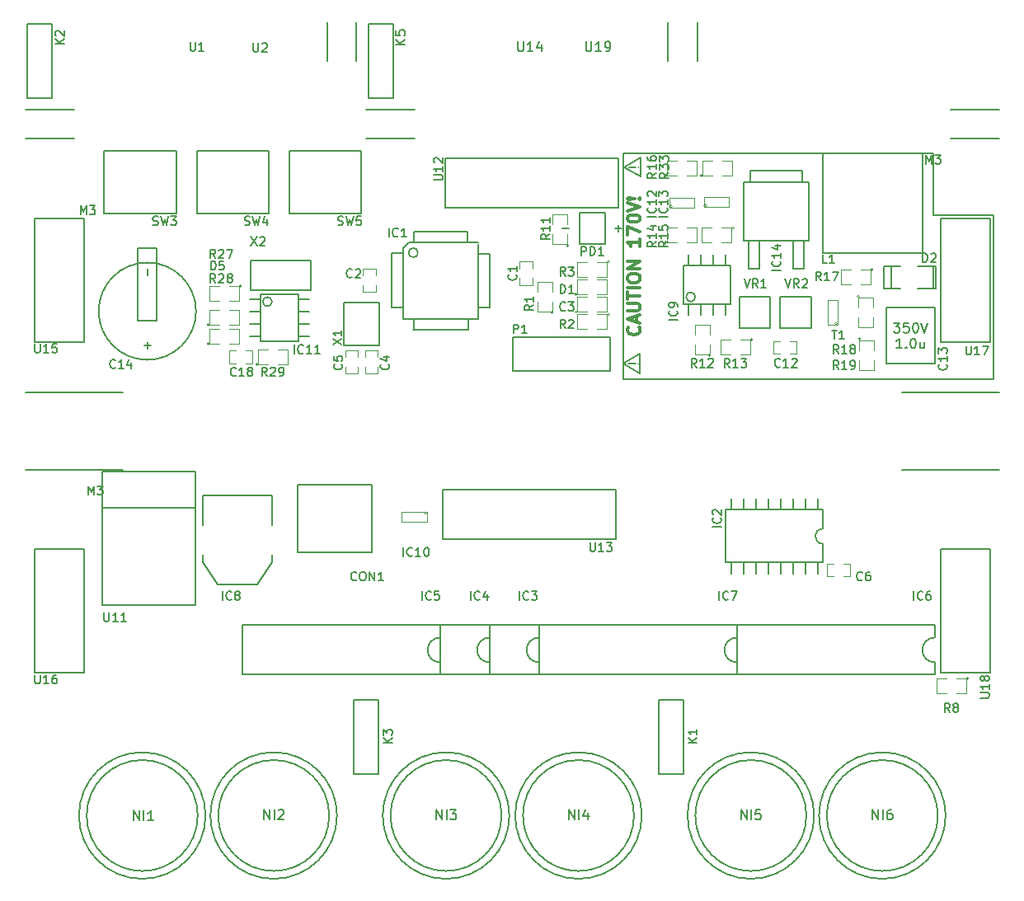
<source format=gto>
G04 (created by PCBNEW (2013-07-07 BZR 4022)-stable) date 2014/09/09 2:27:30*
%MOIN*%
G04 Gerber Fmt 3.4, Leading zero omitted, Abs format*
%FSLAX34Y34*%
G01*
G70*
G90*
G04 APERTURE LIST*
%ADD10C,0.00590551*%
%ADD11C,0.00787402*%
%ADD12C,0.011811*%
%ADD13C,0.005*%
%ADD14C,0.006*%
%ADD15C,0.0031*%
%ADD16C,0.0039*%
%ADD17C,0.0047*%
%ADD18C,0.008*%
G04 APERTURE END LIST*
G54D10*
G54D11*
X0Y30708D02*
X1968Y30708D01*
X13385Y33858D02*
X13385Y35433D01*
X13779Y30708D02*
X15748Y30708D01*
X15748Y31889D02*
X13779Y31889D01*
X25984Y35433D02*
X25984Y33858D01*
X0Y31889D02*
X1968Y31889D01*
X12204Y35433D02*
X12204Y33858D01*
X27165Y33858D02*
X27165Y35433D01*
X12204Y35433D02*
X12204Y33858D01*
X0Y31889D02*
X1968Y31889D01*
X37401Y31889D02*
X39370Y31889D01*
X37401Y30708D02*
X39370Y30708D01*
X35433Y20472D02*
X39370Y20472D01*
X35433Y17322D02*
X39370Y17322D01*
X0Y20472D02*
X3937Y20472D01*
X3937Y17322D02*
X0Y17322D01*
X35112Y23265D02*
X35356Y23265D01*
X35224Y23115D01*
X35281Y23115D01*
X35318Y23097D01*
X35337Y23078D01*
X35356Y23040D01*
X35356Y22947D01*
X35337Y22909D01*
X35318Y22890D01*
X35281Y22872D01*
X35168Y22872D01*
X35131Y22890D01*
X35112Y22909D01*
X35712Y23265D02*
X35524Y23265D01*
X35506Y23078D01*
X35524Y23097D01*
X35562Y23115D01*
X35656Y23115D01*
X35693Y23097D01*
X35712Y23078D01*
X35731Y23040D01*
X35731Y22947D01*
X35712Y22909D01*
X35693Y22890D01*
X35656Y22872D01*
X35562Y22872D01*
X35524Y22890D01*
X35506Y22909D01*
X35974Y23265D02*
X36012Y23265D01*
X36049Y23247D01*
X36068Y23228D01*
X36087Y23190D01*
X36106Y23115D01*
X36106Y23022D01*
X36087Y22947D01*
X36068Y22909D01*
X36049Y22890D01*
X36012Y22872D01*
X35974Y22872D01*
X35937Y22890D01*
X35918Y22909D01*
X35899Y22947D01*
X35881Y23022D01*
X35881Y23115D01*
X35899Y23190D01*
X35918Y23228D01*
X35937Y23247D01*
X35974Y23265D01*
X36218Y23265D02*
X36349Y22872D01*
X36481Y23265D01*
X35440Y22242D02*
X35215Y22242D01*
X35328Y22242D02*
X35328Y22635D01*
X35290Y22579D01*
X35253Y22542D01*
X35215Y22523D01*
X35609Y22279D02*
X35628Y22260D01*
X35609Y22242D01*
X35590Y22260D01*
X35609Y22279D01*
X35609Y22242D01*
X35871Y22635D02*
X35909Y22635D01*
X35946Y22617D01*
X35965Y22598D01*
X35984Y22560D01*
X36002Y22485D01*
X36002Y22392D01*
X35984Y22317D01*
X35965Y22279D01*
X35946Y22260D01*
X35909Y22242D01*
X35871Y22242D01*
X35834Y22260D01*
X35815Y22279D01*
X35796Y22317D01*
X35778Y22392D01*
X35778Y22485D01*
X35796Y22560D01*
X35815Y22598D01*
X35834Y22617D01*
X35871Y22635D01*
X36340Y22504D02*
X36340Y22242D01*
X36171Y22504D02*
X36171Y22298D01*
X36190Y22260D01*
X36227Y22242D01*
X36284Y22242D01*
X36321Y22260D01*
X36340Y22279D01*
X35000Y24685D02*
X35039Y24685D01*
X35000Y25551D02*
X35000Y24685D01*
X39143Y21003D02*
X24183Y21003D01*
X39143Y21082D02*
X39143Y21003D01*
X39143Y27618D02*
X39143Y21082D01*
X36702Y27618D02*
X39143Y27618D01*
X36702Y30137D02*
X36702Y27618D01*
X24183Y30137D02*
X36702Y30137D01*
X24183Y21003D02*
X24183Y30137D01*
X24868Y29963D02*
X24868Y29176D01*
X24868Y29176D02*
X24191Y29570D01*
X24868Y29963D02*
X24191Y29570D01*
X24790Y29560D02*
G75*
G03X24790Y29560I-9J0D01*
G74*
G01*
X24681Y29560D02*
X24396Y29560D01*
X24396Y29560D02*
X24396Y29570D01*
X24406Y29570D02*
X24681Y29570D01*
X24394Y21625D02*
X24670Y21625D01*
X24384Y21615D02*
X24384Y21625D01*
X24670Y21615D02*
X24384Y21615D01*
X24778Y21615D02*
G75*
G03X24778Y21615I-9J0D01*
G74*
G01*
X24857Y22018D02*
X24180Y21625D01*
X24857Y21231D02*
X24180Y21625D01*
X24857Y22018D02*
X24857Y21231D01*
G54D12*
X24804Y23101D02*
X24828Y23077D01*
X24852Y23004D01*
X24852Y22955D01*
X24828Y22882D01*
X24779Y22833D01*
X24730Y22809D01*
X24633Y22784D01*
X24560Y22784D01*
X24462Y22809D01*
X24414Y22833D01*
X24365Y22882D01*
X24341Y22955D01*
X24341Y23004D01*
X24365Y23077D01*
X24389Y23101D01*
X24706Y23296D02*
X24706Y23540D01*
X24852Y23248D02*
X24341Y23418D01*
X24852Y23589D01*
X24341Y23759D02*
X24755Y23759D01*
X24804Y23784D01*
X24828Y23808D01*
X24852Y23857D01*
X24852Y23954D01*
X24828Y24003D01*
X24804Y24027D01*
X24755Y24052D01*
X24341Y24052D01*
X24341Y24222D02*
X24341Y24515D01*
X24852Y24369D02*
X24341Y24369D01*
X24852Y24685D02*
X24341Y24685D01*
X24341Y25027D02*
X24341Y25124D01*
X24365Y25173D01*
X24414Y25222D01*
X24511Y25246D01*
X24682Y25246D01*
X24779Y25222D01*
X24828Y25173D01*
X24852Y25124D01*
X24852Y25027D01*
X24828Y24978D01*
X24779Y24929D01*
X24682Y24905D01*
X24511Y24905D01*
X24414Y24929D01*
X24365Y24978D01*
X24341Y25027D01*
X24852Y25465D02*
X24341Y25465D01*
X24852Y25758D01*
X24341Y25758D01*
X24852Y26660D02*
X24852Y26367D01*
X24852Y26513D02*
X24341Y26513D01*
X24414Y26465D01*
X24462Y26416D01*
X24487Y26367D01*
X24341Y26830D02*
X24341Y27171D01*
X24852Y26952D01*
X24341Y27464D02*
X24341Y27513D01*
X24365Y27561D01*
X24389Y27586D01*
X24438Y27610D01*
X24535Y27634D01*
X24657Y27634D01*
X24755Y27610D01*
X24804Y27586D01*
X24828Y27561D01*
X24852Y27513D01*
X24852Y27464D01*
X24828Y27415D01*
X24804Y27391D01*
X24755Y27366D01*
X24657Y27342D01*
X24535Y27342D01*
X24438Y27366D01*
X24389Y27391D01*
X24365Y27415D01*
X24341Y27464D01*
X24341Y27781D02*
X24852Y27951D01*
X24341Y28122D01*
X24804Y28293D02*
X24828Y28317D01*
X24852Y28293D01*
X24828Y28268D01*
X24804Y28293D01*
X24852Y28293D01*
X24657Y28293D02*
X24365Y28268D01*
X24341Y28293D01*
X24365Y28317D01*
X24657Y28293D01*
X24341Y28293D01*
G54D10*
X36262Y30121D02*
X32246Y30121D01*
X32246Y30121D02*
X32246Y26105D01*
X32246Y26105D02*
X36262Y26105D01*
X36262Y26105D02*
X36262Y30121D01*
X1090Y35358D02*
X1090Y32358D01*
X1090Y32358D02*
X90Y32358D01*
X90Y32358D02*
X90Y35358D01*
X90Y35358D02*
X1090Y35358D01*
X32244Y13582D02*
X32244Y14330D01*
X31929Y14645D02*
G75*
G03X32244Y14330I314J0D01*
G74*
G01*
X32244Y14960D02*
G75*
G03X31929Y14645I0J-314D01*
G74*
G01*
X32244Y14960D02*
X32244Y15708D01*
X28307Y13582D02*
X32244Y13582D01*
X32244Y15708D02*
X28307Y15708D01*
X28307Y15708D02*
X28307Y13582D01*
G54D13*
X31025Y13550D02*
X31025Y13120D01*
X30525Y13550D02*
X30525Y13120D01*
X30025Y13550D02*
X30025Y13120D01*
X31525Y13550D02*
X31525Y13120D01*
X32025Y13120D02*
X32025Y13550D01*
X29525Y13120D02*
X29525Y13550D01*
X29025Y13120D02*
X29025Y13550D01*
X28525Y13120D02*
X28525Y13550D01*
X28525Y15740D02*
X28525Y16170D01*
X29025Y15740D02*
X29025Y16170D01*
X29525Y15740D02*
X29525Y16170D01*
X32025Y15740D02*
X32025Y16170D01*
X31525Y16170D02*
X31525Y15740D01*
X30025Y16170D02*
X30025Y15740D01*
X30525Y16170D02*
X30525Y15740D01*
X31025Y16170D02*
X31025Y15740D01*
G54D10*
X28758Y10541D02*
G75*
G03X28258Y10041I0J-500D01*
G74*
G01*
X28258Y10041D02*
G75*
G03X28758Y9541I500J0D01*
G74*
G01*
X28758Y9541D02*
X28758Y9041D01*
X28758Y9041D02*
X20758Y9041D01*
X20758Y9041D02*
X20758Y11041D01*
X20758Y11041D02*
X28758Y11041D01*
X28758Y11041D02*
X28758Y10541D01*
G54D14*
X18781Y23890D02*
X18331Y23890D01*
X18781Y26070D02*
X18341Y26070D01*
X18781Y23890D02*
X18781Y26070D01*
X17901Y23420D02*
X17901Y22990D01*
X15691Y23410D02*
X15691Y22990D01*
X15681Y22990D02*
X17901Y22980D01*
X15701Y26960D02*
X17871Y26970D01*
X15271Y26270D02*
X15271Y23440D01*
X17881Y26960D02*
X17881Y26550D01*
X15521Y26510D02*
X18301Y26510D01*
X18321Y23430D02*
X18321Y26470D01*
X15271Y23430D02*
X18271Y23430D01*
X14821Y26100D02*
X14821Y23880D01*
X14821Y23880D02*
X15271Y23880D01*
X15275Y26280D02*
X15505Y26510D01*
X14823Y26100D02*
X15275Y26100D01*
X15701Y26510D02*
X15701Y26962D01*
X15871Y26106D02*
G75*
G03X15871Y26106I-188J0D01*
G74*
G01*
G54D10*
X14014Y13974D02*
X11022Y13974D01*
X11022Y13974D02*
X11022Y16730D01*
X11022Y16730D02*
X14014Y16730D01*
X14014Y16730D02*
X14014Y13974D01*
X3129Y15787D02*
X6889Y15787D01*
X3110Y11850D02*
X3110Y17263D01*
X3110Y17263D02*
X6889Y17263D01*
X6889Y17263D02*
X6889Y11850D01*
X6889Y11850D02*
X3110Y11850D01*
G54D13*
X26611Y25586D02*
X26611Y24026D01*
X26611Y24026D02*
X28511Y24026D01*
X28511Y24026D02*
X28511Y25586D01*
X28511Y25586D02*
X26611Y25586D01*
X26811Y25586D02*
X26811Y26016D01*
X27311Y25586D02*
X27311Y26016D01*
X27811Y25586D02*
X27811Y26016D01*
X28311Y26016D02*
X28311Y25586D01*
X28311Y24026D02*
X28311Y23596D01*
X27811Y23596D02*
X27811Y24026D01*
X27311Y23596D02*
X27311Y24026D01*
X26811Y23596D02*
X26811Y24026D01*
X27087Y24316D02*
G75*
G03X27087Y24316I-186J0D01*
G74*
G01*
G54D15*
X32838Y23237D02*
G75*
G03X32838Y23237I-62J0D01*
G74*
G01*
X32437Y24200D02*
X32837Y24200D01*
X32437Y23175D02*
X32837Y23175D01*
X32837Y24200D02*
X32837Y23175D01*
X32437Y23175D02*
X32437Y24200D01*
G54D13*
X11055Y24414D02*
X9495Y24414D01*
X9495Y24414D02*
X9495Y22514D01*
X9495Y22514D02*
X11055Y22514D01*
X11055Y22514D02*
X11055Y24414D01*
X11055Y24214D02*
X11485Y24214D01*
X11055Y23714D02*
X11485Y23714D01*
X11055Y23214D02*
X11485Y23214D01*
X11485Y22714D02*
X11055Y22714D01*
X9495Y22714D02*
X9065Y22714D01*
X9065Y23214D02*
X9495Y23214D01*
X9065Y23714D02*
X9495Y23714D01*
X9065Y24214D02*
X9495Y24214D01*
X9971Y24124D02*
G75*
G03X9971Y24124I-186J0D01*
G74*
G01*
X36708Y24668D02*
X36808Y24668D01*
X36808Y24668D02*
X36808Y25568D01*
X36808Y25568D02*
X36708Y25568D01*
X36708Y24668D02*
X36708Y25568D01*
X36708Y25568D02*
X36058Y25568D01*
X35358Y24668D02*
X34708Y24668D01*
X34708Y24668D02*
X34708Y25568D01*
X34708Y25568D02*
X35358Y25568D01*
X36058Y24668D02*
X36708Y24668D01*
G54D16*
X25938Y26514D02*
G75*
G03X25938Y26514I-50J0D01*
G74*
G01*
X26338Y26514D02*
X25938Y26514D01*
X25938Y26514D02*
X25938Y27114D01*
X25938Y27114D02*
X26338Y27114D01*
X26738Y27114D02*
X27138Y27114D01*
X27138Y27114D02*
X27138Y26514D01*
X27138Y26514D02*
X26738Y26514D01*
X33768Y22621D02*
G75*
G03X33768Y22621I-50J0D01*
G74*
G01*
X33718Y22171D02*
X33718Y22571D01*
X33718Y22571D02*
X34318Y22571D01*
X34318Y22571D02*
X34318Y22171D01*
X34318Y21771D02*
X34318Y21371D01*
X34318Y21371D02*
X33718Y21371D01*
X33718Y21371D02*
X33718Y21771D01*
X33726Y24350D02*
G75*
G03X33726Y24350I-50J0D01*
G74*
G01*
X33676Y23900D02*
X33676Y24300D01*
X33676Y24300D02*
X34276Y24300D01*
X34276Y24300D02*
X34276Y23900D01*
X34276Y23500D02*
X34276Y23100D01*
X34276Y23100D02*
X33676Y23100D01*
X33676Y23100D02*
X33676Y23500D01*
X34282Y25418D02*
G75*
G03X34282Y25418I-50J0D01*
G74*
G01*
X33782Y25418D02*
X34182Y25418D01*
X34182Y25418D02*
X34182Y24818D01*
X34182Y24818D02*
X33782Y24818D01*
X33382Y24818D02*
X32982Y24818D01*
X32982Y24818D02*
X32982Y25418D01*
X32982Y25418D02*
X33382Y25418D01*
X21974Y26397D02*
G75*
G03X21974Y26397I-50J0D01*
G74*
G01*
X21924Y26847D02*
X21924Y26447D01*
X21924Y26447D02*
X21324Y26447D01*
X21324Y26447D02*
X21324Y26847D01*
X21324Y27247D02*
X21324Y27647D01*
X21324Y27647D02*
X21924Y27647D01*
X21924Y27647D02*
X21924Y27247D01*
X27712Y21948D02*
G75*
G03X27712Y21948I-50J0D01*
G74*
G01*
X27662Y22398D02*
X27662Y21998D01*
X27662Y21998D02*
X27062Y21998D01*
X27062Y21998D02*
X27062Y22398D01*
X27062Y22798D02*
X27062Y23198D01*
X27062Y23198D02*
X27662Y23198D01*
X27662Y23198D02*
X27662Y22798D01*
X29400Y22583D02*
G75*
G03X29400Y22583I-50J0D01*
G74*
G01*
X28900Y22583D02*
X29300Y22583D01*
X29300Y22583D02*
X29300Y21983D01*
X29300Y21983D02*
X28900Y21983D01*
X28500Y21983D02*
X28100Y21983D01*
X28100Y21983D02*
X28100Y22583D01*
X28100Y22583D02*
X28500Y22583D01*
X28655Y27114D02*
G75*
G03X28655Y27114I-50J0D01*
G74*
G01*
X28155Y27114D02*
X28555Y27114D01*
X28555Y27114D02*
X28555Y26514D01*
X28555Y26514D02*
X28155Y26514D01*
X27755Y26514D02*
X27355Y26514D01*
X27355Y26514D02*
X27355Y27114D01*
X27355Y27114D02*
X27755Y27114D01*
X25945Y29227D02*
G75*
G03X25945Y29227I-50J0D01*
G74*
G01*
X26345Y29227D02*
X25945Y29227D01*
X25945Y29227D02*
X25945Y29827D01*
X25945Y29827D02*
X26345Y29827D01*
X26745Y29827D02*
X27145Y29827D01*
X27145Y29827D02*
X27145Y29227D01*
X27145Y29227D02*
X26745Y29227D01*
X7441Y22416D02*
G75*
G03X7441Y22416I-50J0D01*
G74*
G01*
X7841Y22416D02*
X7441Y22416D01*
X7441Y22416D02*
X7441Y23016D01*
X7441Y23016D02*
X7841Y23016D01*
X8241Y23016D02*
X8641Y23016D01*
X8641Y23016D02*
X8641Y22416D01*
X8641Y22416D02*
X8241Y22416D01*
X8741Y24748D02*
G75*
G03X8741Y24748I-50J0D01*
G74*
G01*
X8241Y24748D02*
X8641Y24748D01*
X8641Y24748D02*
X8641Y24148D01*
X8641Y24148D02*
X8241Y24148D01*
X7841Y24148D02*
X7441Y24148D01*
X7441Y24148D02*
X7441Y24748D01*
X7441Y24748D02*
X7841Y24748D01*
X22323Y23715D02*
G75*
G03X22323Y23715I-50J0D01*
G74*
G01*
X22723Y23715D02*
X22323Y23715D01*
X22323Y23715D02*
X22323Y24315D01*
X22323Y24315D02*
X22723Y24315D01*
X23123Y24315D02*
X23523Y24315D01*
X23523Y24315D02*
X23523Y23715D01*
X23523Y23715D02*
X23123Y23715D01*
X23623Y25733D02*
G75*
G03X23623Y25733I-50J0D01*
G74*
G01*
X23123Y25733D02*
X23523Y25733D01*
X23523Y25733D02*
X23523Y25133D01*
X23523Y25133D02*
X23123Y25133D01*
X22723Y25133D02*
X22323Y25133D01*
X22323Y25133D02*
X22323Y25733D01*
X22323Y25733D02*
X22723Y25733D01*
X22323Y24424D02*
G75*
G03X22323Y24424I-50J0D01*
G74*
G01*
X22723Y24424D02*
X22323Y24424D01*
X22323Y24424D02*
X22323Y25024D01*
X22323Y25024D02*
X22723Y25024D01*
X23123Y25024D02*
X23523Y25024D01*
X23523Y25024D02*
X23523Y24424D01*
X23523Y24424D02*
X23123Y24424D01*
X23623Y23607D02*
G75*
G03X23623Y23607I-50J0D01*
G74*
G01*
X23123Y23607D02*
X23523Y23607D01*
X23523Y23607D02*
X23523Y23007D01*
X23523Y23007D02*
X23123Y23007D01*
X22723Y23007D02*
X22323Y23007D01*
X22323Y23007D02*
X22323Y23607D01*
X22323Y23607D02*
X22723Y23607D01*
X7441Y23203D02*
G75*
G03X7441Y23203I-50J0D01*
G74*
G01*
X7841Y23203D02*
X7441Y23203D01*
X7441Y23203D02*
X7441Y23803D01*
X7441Y23803D02*
X7841Y23803D01*
X8241Y23803D02*
X8641Y23803D01*
X8641Y23803D02*
X8641Y23203D01*
X8641Y23203D02*
X8241Y23203D01*
X9409Y21589D02*
G75*
G03X9409Y21589I-50J0D01*
G74*
G01*
X9809Y21589D02*
X9409Y21589D01*
X9409Y21589D02*
X9409Y22189D01*
X9409Y22189D02*
X9809Y22189D01*
X10209Y22189D02*
X10609Y22189D01*
X10609Y22189D02*
X10609Y21589D01*
X10609Y21589D02*
X10209Y21589D01*
X38140Y8882D02*
G75*
G03X38140Y8882I-50J0D01*
G74*
G01*
X37640Y8882D02*
X38040Y8882D01*
X38040Y8882D02*
X38040Y8282D01*
X38040Y8282D02*
X37640Y8282D01*
X37240Y8282D02*
X36840Y8282D01*
X36840Y8282D02*
X36840Y8882D01*
X36840Y8882D02*
X37240Y8882D01*
X21344Y23680D02*
G75*
G03X21344Y23680I-50J0D01*
G74*
G01*
X21294Y24130D02*
X21294Y23730D01*
X21294Y23730D02*
X20694Y23730D01*
X20694Y23730D02*
X20694Y24130D01*
X20694Y24530D02*
X20694Y24930D01*
X20694Y24930D02*
X21294Y24930D01*
X21294Y24930D02*
X21294Y24530D01*
G54D17*
X8513Y22145D02*
X8238Y22145D01*
X8907Y22145D02*
X9182Y22145D01*
X8513Y21633D02*
X8238Y21633D01*
X9182Y21633D02*
X8907Y21633D01*
X8238Y21639D02*
X8238Y22139D01*
X9182Y22139D02*
X9182Y21639D01*
X32677Y13523D02*
X32402Y13523D01*
X33071Y13523D02*
X33346Y13523D01*
X32677Y13011D02*
X32402Y13011D01*
X33346Y13011D02*
X33071Y13011D01*
X32402Y13017D02*
X32402Y13517D01*
X33346Y13517D02*
X33346Y13017D01*
X20502Y25472D02*
X20502Y25747D01*
X20502Y25078D02*
X20502Y24803D01*
X19990Y25472D02*
X19990Y25747D01*
X19990Y24803D02*
X19990Y25078D01*
X19996Y25747D02*
X20496Y25747D01*
X20496Y24803D02*
X19996Y24803D01*
X12942Y21495D02*
X12942Y21220D01*
X12942Y21889D02*
X12942Y22164D01*
X13454Y21495D02*
X13454Y21220D01*
X13454Y22164D02*
X13454Y21889D01*
X13448Y21220D02*
X12948Y21220D01*
X12948Y22164D02*
X13448Y22164D01*
X13730Y21495D02*
X13730Y21220D01*
X13730Y21889D02*
X13730Y22164D01*
X14242Y21495D02*
X14242Y21220D01*
X14242Y22164D02*
X14242Y21889D01*
X14236Y21220D02*
X13736Y21220D01*
X13736Y22164D02*
X14236Y22164D01*
X13651Y24803D02*
X13651Y24528D01*
X13651Y25197D02*
X13651Y25472D01*
X14163Y24803D02*
X14163Y24528D01*
X14163Y25472D02*
X14163Y25197D01*
X14157Y24528D02*
X13657Y24528D01*
X13657Y25472D02*
X14157Y25472D01*
X30915Y22007D02*
X31190Y22007D01*
X30521Y22007D02*
X30246Y22007D01*
X30915Y22519D02*
X31190Y22519D01*
X30246Y22519D02*
X30521Y22519D01*
X31190Y22513D02*
X31190Y22013D01*
X30246Y22013D02*
X30246Y22513D01*
G54D18*
X9982Y15088D02*
X9982Y16288D01*
X9982Y16288D02*
X7182Y16288D01*
X7182Y16288D02*
X7182Y15088D01*
X9982Y13888D02*
X9982Y13588D01*
X9982Y13588D02*
X9382Y12688D01*
X9382Y12688D02*
X7782Y12688D01*
X7782Y12688D02*
X7182Y13588D01*
X7182Y13588D02*
X7182Y13888D01*
G54D10*
X30118Y23070D02*
X30118Y24330D01*
X30118Y24330D02*
X28858Y24330D01*
X28858Y24330D02*
X28858Y23070D01*
X28858Y23070D02*
X30118Y23070D01*
X31771Y23070D02*
X31771Y24330D01*
X31771Y24330D02*
X30511Y24330D01*
X30511Y24330D02*
X30511Y23070D01*
X30511Y23070D02*
X31771Y23070D01*
X36771Y21633D02*
X34803Y21633D01*
X34803Y21633D02*
X34803Y23877D01*
X34803Y23877D02*
X36771Y23877D01*
X36771Y23877D02*
X36771Y21633D01*
X23454Y26456D02*
X23454Y27716D01*
X23454Y27716D02*
X22391Y27716D01*
X22391Y27716D02*
X22391Y26456D01*
X22391Y26456D02*
X23454Y26456D01*
X5324Y23346D02*
X5324Y26299D01*
X4537Y26299D02*
X4537Y23346D01*
X4537Y26299D02*
X5324Y26299D01*
X5324Y23346D02*
X4537Y23346D01*
X6899Y23740D02*
G75*
G03X6899Y23740I-1968J0D01*
G74*
G01*
X11535Y24606D02*
X11535Y25787D01*
X11535Y25787D02*
X9094Y25787D01*
X9094Y25787D02*
X9094Y24606D01*
X9094Y24606D02*
X11535Y24606D01*
X12883Y22362D02*
X14301Y22362D01*
X14301Y22362D02*
X14301Y24094D01*
X14301Y24094D02*
X12883Y24094D01*
X12883Y24094D02*
X12883Y22362D01*
X19694Y22696D02*
X23631Y22696D01*
X23631Y22696D02*
X23631Y21318D01*
X23631Y21318D02*
X19694Y21318D01*
X19694Y21318D02*
X19694Y22696D01*
X14279Y8035D02*
X14279Y5035D01*
X14279Y5035D02*
X13279Y5035D01*
X13279Y5035D02*
X13279Y8035D01*
X13279Y8035D02*
X14279Y8035D01*
X26602Y8035D02*
X26602Y5035D01*
X26602Y5035D02*
X25602Y5035D01*
X25602Y5035D02*
X25602Y8035D01*
X25602Y8035D02*
X26602Y8035D01*
X18758Y9541D02*
X18758Y9041D01*
X18758Y9041D02*
X16758Y9041D01*
X16758Y9041D02*
X16758Y11041D01*
X16758Y11041D02*
X18758Y11041D01*
X18758Y11041D02*
X18758Y10541D01*
X18758Y10541D02*
G75*
G03X18258Y10041I0J-500D01*
G74*
G01*
X18258Y10041D02*
G75*
G03X18758Y9541I500J0D01*
G74*
G01*
X20758Y9541D02*
X20758Y9041D01*
X20758Y9041D02*
X18758Y9041D01*
X18758Y9041D02*
X18758Y11041D01*
X18758Y11041D02*
X20758Y11041D01*
X20758Y11041D02*
X20758Y10541D01*
X20758Y10541D02*
G75*
G03X20258Y10041I0J-500D01*
G74*
G01*
X20258Y10041D02*
G75*
G03X20758Y9541I500J0D01*
G74*
G01*
X36992Y27500D02*
X38992Y27500D01*
X38992Y27500D02*
X38992Y22500D01*
X38992Y22500D02*
X36992Y22500D01*
X36992Y22500D02*
X36992Y27500D01*
X377Y27500D02*
X2377Y27500D01*
X2377Y27500D02*
X2377Y22500D01*
X2377Y22500D02*
X377Y22500D01*
X377Y22500D02*
X377Y27500D01*
X36992Y14114D02*
X38992Y14114D01*
X38992Y14114D02*
X38992Y9114D01*
X38992Y9114D02*
X36992Y9114D01*
X36992Y9114D02*
X36992Y14114D01*
X377Y14114D02*
X2377Y14114D01*
X2377Y14114D02*
X2377Y9114D01*
X2377Y9114D02*
X377Y9114D01*
X377Y9114D02*
X377Y14114D01*
X16758Y10541D02*
G75*
G03X16258Y10041I0J-500D01*
G74*
G01*
X16258Y10041D02*
G75*
G03X16758Y9541I500J0D01*
G74*
G01*
X16758Y9541D02*
X16758Y9041D01*
X16758Y9041D02*
X8758Y9041D01*
X8758Y9041D02*
X8758Y11041D01*
X8758Y11041D02*
X16758Y11041D01*
X16758Y11041D02*
X16758Y10541D01*
X36758Y10541D02*
G75*
G03X36258Y10041I0J-500D01*
G74*
G01*
X36258Y10041D02*
G75*
G03X36758Y9541I500J0D01*
G74*
G01*
X36758Y9541D02*
X36758Y9041D01*
X36758Y9041D02*
X28758Y9041D01*
X28758Y9041D02*
X28758Y11041D01*
X28758Y11041D02*
X36758Y11041D01*
X36758Y11041D02*
X36758Y10541D01*
X3188Y27677D02*
X3188Y30236D01*
X3188Y30236D02*
X6102Y30236D01*
X6102Y30236D02*
X6102Y27677D01*
X6102Y27677D02*
X3188Y27677D01*
X6929Y27677D02*
X6929Y30236D01*
X6929Y30236D02*
X9842Y30236D01*
X9842Y30236D02*
X9842Y27677D01*
X9842Y27677D02*
X6929Y27677D01*
X10669Y27677D02*
X10669Y30236D01*
X10669Y30236D02*
X13582Y30236D01*
X13582Y30236D02*
X13582Y27677D01*
X13582Y27677D02*
X10669Y27677D01*
G54D15*
X26154Y27972D02*
G75*
G03X26154Y27972I-62J0D01*
G74*
G01*
X27055Y28310D02*
X27055Y27910D01*
X26030Y28310D02*
X26030Y27910D01*
X27055Y27910D02*
X26030Y27910D01*
X26030Y28310D02*
X27055Y28310D01*
X27555Y28014D02*
G75*
G03X27555Y28014I-62J0D01*
G74*
G01*
X28455Y28352D02*
X28455Y27952D01*
X27430Y28352D02*
X27430Y27952D01*
X28455Y27952D02*
X27430Y27952D01*
X27430Y28352D02*
X28455Y28352D01*
X16234Y15571D02*
G75*
G03X16234Y15571I-62J0D01*
G74*
G01*
X15208Y15233D02*
X15208Y15633D01*
X16233Y15233D02*
X16233Y15633D01*
X15208Y15633D02*
X16233Y15633D01*
X16233Y15233D02*
X15208Y15233D01*
G54D13*
X29292Y28952D02*
X29292Y29422D01*
X29292Y29422D02*
X31422Y29422D01*
X31422Y29422D02*
X31422Y28947D01*
X31037Y26587D02*
X31037Y25442D01*
X31487Y25442D02*
X31487Y26587D01*
X31037Y25442D02*
X31487Y25442D01*
X29227Y25442D02*
X29677Y25442D01*
X29677Y25442D02*
X29677Y26587D01*
X29227Y26587D02*
X29227Y25442D01*
X31677Y26587D02*
X31677Y28947D01*
X31677Y28947D02*
X29037Y28947D01*
X29037Y28947D02*
X29037Y26587D01*
X31677Y26587D02*
X29037Y26587D01*
G54D16*
X27372Y29217D02*
G75*
G03X27372Y29217I-50J0D01*
G74*
G01*
X27772Y29217D02*
X27372Y29217D01*
X27372Y29217D02*
X27372Y29817D01*
X27372Y29817D02*
X27772Y29817D01*
X28172Y29817D02*
X28572Y29817D01*
X28572Y29817D02*
X28572Y29217D01*
X28572Y29217D02*
X28172Y29217D01*
G54D10*
X16982Y27937D02*
X23982Y27937D01*
X23982Y27937D02*
X23982Y29937D01*
X23982Y29937D02*
X16982Y29937D01*
X16982Y29937D02*
X16982Y27937D01*
X16864Y14511D02*
X23864Y14511D01*
X23864Y14511D02*
X23864Y16511D01*
X23864Y16511D02*
X16864Y16511D01*
X16864Y16511D02*
X16864Y14511D01*
X14870Y35358D02*
X14870Y32358D01*
X14870Y32358D02*
X13870Y32358D01*
X13870Y32358D02*
X13870Y35358D01*
X13870Y35358D02*
X14870Y35358D01*
X7283Y3346D02*
G75*
G03X7283Y3346I-2559J0D01*
G74*
G01*
X6968Y3346D02*
G75*
G03X6968Y3346I-2244J0D01*
G74*
G01*
X12598Y3346D02*
G75*
G03X12598Y3346I-2559J0D01*
G74*
G01*
X12283Y3346D02*
G75*
G03X12283Y3346I-2244J0D01*
G74*
G01*
X19566Y3346D02*
G75*
G03X19566Y3346I-2559J0D01*
G74*
G01*
X19251Y3346D02*
G75*
G03X19251Y3346I-2244J0D01*
G74*
G01*
X24921Y3346D02*
G75*
G03X24921Y3346I-2559J0D01*
G74*
G01*
X24606Y3346D02*
G75*
G03X24606Y3346I-2244J0D01*
G74*
G01*
X31889Y3346D02*
G75*
G03X31889Y3346I-2559J0D01*
G74*
G01*
X31574Y3346D02*
G75*
G03X31574Y3346I-2244J0D01*
G74*
G01*
X37204Y3346D02*
G75*
G03X37204Y3346I-2559J0D01*
G74*
G01*
X36889Y3346D02*
G75*
G03X36889Y3346I-2244J0D01*
G74*
G01*
G54D11*
X32421Y25683D02*
X32252Y25683D01*
X32252Y26037D01*
X32724Y25683D02*
X32522Y25683D01*
X32623Y25683D02*
X32623Y26037D01*
X32589Y25987D01*
X32556Y25953D01*
X32522Y25936D01*
X1560Y34541D02*
X1206Y34541D01*
X1560Y34744D02*
X1358Y34592D01*
X1206Y34744D02*
X1408Y34541D01*
X1240Y34879D02*
X1223Y34895D01*
X1206Y34929D01*
X1206Y35014D01*
X1223Y35047D01*
X1240Y35064D01*
X1273Y35081D01*
X1307Y35081D01*
X1358Y35064D01*
X1560Y34862D01*
X1560Y35081D01*
X28135Y15008D02*
X27781Y15008D01*
X28101Y15379D02*
X28118Y15362D01*
X28135Y15312D01*
X28135Y15278D01*
X28118Y15227D01*
X28084Y15194D01*
X28051Y15177D01*
X27983Y15160D01*
X27933Y15160D01*
X27865Y15177D01*
X27831Y15194D01*
X27798Y15227D01*
X27781Y15278D01*
X27781Y15312D01*
X27798Y15362D01*
X27814Y15379D01*
X27814Y15514D02*
X27798Y15531D01*
X27781Y15565D01*
X27781Y15649D01*
X27798Y15683D01*
X27814Y15700D01*
X27848Y15717D01*
X27882Y15717D01*
X27933Y15700D01*
X28135Y15497D01*
X28135Y15717D01*
X28039Y12061D02*
X28039Y12415D01*
X28411Y12095D02*
X28394Y12078D01*
X28343Y12061D01*
X28309Y12061D01*
X28259Y12078D01*
X28225Y12111D01*
X28208Y12145D01*
X28191Y12213D01*
X28191Y12263D01*
X28208Y12331D01*
X28225Y12365D01*
X28259Y12398D01*
X28309Y12415D01*
X28343Y12415D01*
X28394Y12398D01*
X28411Y12381D01*
X28529Y12415D02*
X28765Y12415D01*
X28613Y12061D01*
X14693Y26746D02*
X14693Y27100D01*
X15064Y26780D02*
X15047Y26763D01*
X14997Y26746D01*
X14963Y26746D01*
X14912Y26763D01*
X14879Y26796D01*
X14862Y26830D01*
X14845Y26898D01*
X14845Y26948D01*
X14862Y27016D01*
X14879Y27050D01*
X14912Y27083D01*
X14963Y27100D01*
X14997Y27100D01*
X15047Y27083D01*
X15064Y27066D01*
X15402Y26746D02*
X15199Y26746D01*
X15300Y26746D02*
X15300Y27100D01*
X15267Y27050D01*
X15233Y27016D01*
X15199Y26999D01*
X13388Y12882D02*
X13371Y12865D01*
X13321Y12848D01*
X13287Y12848D01*
X13236Y12865D01*
X13203Y12899D01*
X13186Y12933D01*
X13169Y13000D01*
X13169Y13051D01*
X13186Y13118D01*
X13203Y13152D01*
X13236Y13186D01*
X13287Y13203D01*
X13321Y13203D01*
X13371Y13186D01*
X13388Y13169D01*
X13607Y13203D02*
X13675Y13203D01*
X13709Y13186D01*
X13742Y13152D01*
X13759Y13084D01*
X13759Y12966D01*
X13742Y12899D01*
X13709Y12865D01*
X13675Y12848D01*
X13607Y12848D01*
X13574Y12865D01*
X13540Y12899D01*
X13523Y12966D01*
X13523Y13084D01*
X13540Y13152D01*
X13574Y13186D01*
X13607Y13203D01*
X13911Y12848D02*
X13911Y13203D01*
X14114Y12848D01*
X14114Y13203D01*
X14468Y12848D02*
X14266Y12848D01*
X14367Y12848D02*
X14367Y13203D01*
X14333Y13152D01*
X14299Y13118D01*
X14266Y13101D01*
X3183Y11549D02*
X3183Y11262D01*
X3200Y11228D01*
X3217Y11212D01*
X3250Y11195D01*
X3318Y11195D01*
X3352Y11212D01*
X3368Y11228D01*
X3385Y11262D01*
X3385Y11549D01*
X3740Y11195D02*
X3537Y11195D01*
X3638Y11195D02*
X3638Y11549D01*
X3605Y11498D01*
X3571Y11465D01*
X3537Y11448D01*
X4077Y11195D02*
X3875Y11195D01*
X3976Y11195D02*
X3976Y11549D01*
X3942Y11498D01*
X3908Y11465D01*
X3875Y11448D01*
X26363Y23394D02*
X26009Y23394D01*
X26330Y23765D02*
X26347Y23748D01*
X26363Y23697D01*
X26363Y23664D01*
X26347Y23613D01*
X26313Y23579D01*
X26279Y23562D01*
X26212Y23546D01*
X26161Y23546D01*
X26093Y23562D01*
X26060Y23579D01*
X26026Y23613D01*
X26009Y23664D01*
X26009Y23697D01*
X26026Y23748D01*
X26043Y23765D01*
X26363Y23934D02*
X26363Y24001D01*
X26347Y24035D01*
X26330Y24052D01*
X26279Y24086D01*
X26212Y24102D01*
X26077Y24102D01*
X26043Y24086D01*
X26026Y24069D01*
X26009Y24035D01*
X26009Y23967D01*
X26026Y23934D01*
X26043Y23917D01*
X26077Y23900D01*
X26161Y23900D01*
X26195Y23917D01*
X26212Y23934D01*
X26228Y23967D01*
X26228Y24035D01*
X26212Y24069D01*
X26195Y24086D01*
X26161Y24102D01*
X32604Y22966D02*
X32806Y22966D01*
X32705Y22612D02*
X32705Y22966D01*
X33110Y22612D02*
X32907Y22612D01*
X33008Y22612D02*
X33008Y22966D01*
X32975Y22916D01*
X32941Y22882D01*
X32907Y22865D01*
X10863Y22021D02*
X10863Y22376D01*
X11234Y22055D02*
X11217Y22038D01*
X11167Y22021D01*
X11133Y22021D01*
X11082Y22038D01*
X11048Y22072D01*
X11032Y22106D01*
X11015Y22173D01*
X11015Y22224D01*
X11032Y22291D01*
X11048Y22325D01*
X11082Y22359D01*
X11133Y22376D01*
X11167Y22376D01*
X11217Y22359D01*
X11234Y22342D01*
X11571Y22021D02*
X11369Y22021D01*
X11470Y22021D02*
X11470Y22376D01*
X11437Y22325D01*
X11403Y22291D01*
X11369Y22275D01*
X11909Y22021D02*
X11706Y22021D01*
X11808Y22021D02*
X11808Y22376D01*
X11774Y22325D01*
X11740Y22291D01*
X11706Y22275D01*
X36273Y25722D02*
X36273Y26077D01*
X36358Y26077D01*
X36408Y26060D01*
X36442Y26026D01*
X36459Y25992D01*
X36476Y25925D01*
X36476Y25874D01*
X36459Y25807D01*
X36442Y25773D01*
X36408Y25739D01*
X36358Y25722D01*
X36273Y25722D01*
X36611Y26043D02*
X36628Y26060D01*
X36661Y26077D01*
X36746Y26077D01*
X36780Y26060D01*
X36796Y26043D01*
X36813Y26009D01*
X36813Y25975D01*
X36796Y25925D01*
X36594Y25722D01*
X36813Y25722D01*
X25497Y26543D02*
X25329Y26425D01*
X25497Y26341D02*
X25143Y26341D01*
X25143Y26476D01*
X25160Y26510D01*
X25177Y26526D01*
X25210Y26543D01*
X25261Y26543D01*
X25295Y26526D01*
X25312Y26510D01*
X25329Y26476D01*
X25329Y26341D01*
X25497Y26881D02*
X25497Y26678D01*
X25497Y26780D02*
X25143Y26780D01*
X25194Y26746D01*
X25227Y26712D01*
X25244Y26678D01*
X25261Y27185D02*
X25497Y27185D01*
X25126Y27100D02*
X25379Y27016D01*
X25379Y27235D01*
X32882Y21392D02*
X32764Y21560D01*
X32679Y21392D02*
X32679Y21746D01*
X32814Y21746D01*
X32848Y21729D01*
X32865Y21712D01*
X32882Y21678D01*
X32882Y21628D01*
X32865Y21594D01*
X32848Y21577D01*
X32814Y21560D01*
X32679Y21560D01*
X33219Y21392D02*
X33017Y21392D01*
X33118Y21392D02*
X33118Y21746D01*
X33084Y21695D01*
X33051Y21661D01*
X33017Y21645D01*
X33388Y21392D02*
X33456Y21392D01*
X33489Y21408D01*
X33506Y21425D01*
X33540Y21476D01*
X33557Y21543D01*
X33557Y21678D01*
X33540Y21712D01*
X33523Y21729D01*
X33489Y21746D01*
X33422Y21746D01*
X33388Y21729D01*
X33371Y21712D01*
X33354Y21678D01*
X33354Y21594D01*
X33371Y21560D01*
X33388Y21543D01*
X33422Y21526D01*
X33489Y21526D01*
X33523Y21543D01*
X33540Y21560D01*
X33557Y21594D01*
X32882Y22021D02*
X32764Y22190D01*
X32679Y22021D02*
X32679Y22376D01*
X32814Y22376D01*
X32848Y22359D01*
X32865Y22342D01*
X32882Y22308D01*
X32882Y22258D01*
X32865Y22224D01*
X32848Y22207D01*
X32814Y22190D01*
X32679Y22190D01*
X33219Y22021D02*
X33017Y22021D01*
X33118Y22021D02*
X33118Y22376D01*
X33084Y22325D01*
X33051Y22291D01*
X33017Y22275D01*
X33422Y22224D02*
X33388Y22241D01*
X33371Y22258D01*
X33354Y22291D01*
X33354Y22308D01*
X33371Y22342D01*
X33388Y22359D01*
X33422Y22376D01*
X33489Y22376D01*
X33523Y22359D01*
X33540Y22342D01*
X33557Y22308D01*
X33557Y22291D01*
X33540Y22258D01*
X33523Y22241D01*
X33489Y22224D01*
X33422Y22224D01*
X33388Y22207D01*
X33371Y22190D01*
X33354Y22156D01*
X33354Y22089D01*
X33371Y22055D01*
X33388Y22038D01*
X33422Y22021D01*
X33489Y22021D01*
X33523Y22038D01*
X33540Y22055D01*
X33557Y22089D01*
X33557Y22156D01*
X33540Y22190D01*
X33523Y22207D01*
X33489Y22224D01*
X32173Y24974D02*
X32055Y25143D01*
X31971Y24974D02*
X31971Y25329D01*
X32106Y25329D01*
X32140Y25312D01*
X32156Y25295D01*
X32173Y25261D01*
X32173Y25210D01*
X32156Y25177D01*
X32140Y25160D01*
X32106Y25143D01*
X31971Y25143D01*
X32511Y24974D02*
X32308Y24974D01*
X32410Y24974D02*
X32410Y25329D01*
X32376Y25278D01*
X32342Y25244D01*
X32308Y25227D01*
X32629Y25329D02*
X32865Y25329D01*
X32713Y24974D01*
X21206Y26858D02*
X21037Y26740D01*
X21206Y26656D02*
X20852Y26656D01*
X20852Y26791D01*
X20868Y26825D01*
X20885Y26841D01*
X20919Y26858D01*
X20970Y26858D01*
X21003Y26841D01*
X21020Y26825D01*
X21037Y26791D01*
X21037Y26656D01*
X21206Y27196D02*
X21206Y26993D01*
X21206Y27095D02*
X20852Y27095D01*
X20902Y27061D01*
X20936Y27027D01*
X20953Y26993D01*
X21206Y27533D02*
X21206Y27331D01*
X21206Y27432D02*
X20852Y27432D01*
X20902Y27398D01*
X20936Y27365D01*
X20953Y27331D01*
X27134Y21470D02*
X27016Y21639D01*
X26931Y21470D02*
X26931Y21825D01*
X27066Y21825D01*
X27100Y21808D01*
X27117Y21791D01*
X27134Y21757D01*
X27134Y21706D01*
X27117Y21673D01*
X27100Y21656D01*
X27066Y21639D01*
X26931Y21639D01*
X27471Y21470D02*
X27269Y21470D01*
X27370Y21470D02*
X27370Y21825D01*
X27336Y21774D01*
X27303Y21740D01*
X27269Y21723D01*
X27606Y21791D02*
X27623Y21808D01*
X27657Y21825D01*
X27741Y21825D01*
X27775Y21808D01*
X27792Y21791D01*
X27809Y21757D01*
X27809Y21723D01*
X27792Y21673D01*
X27589Y21470D01*
X27809Y21470D01*
X28473Y21470D02*
X28354Y21639D01*
X28270Y21470D02*
X28270Y21825D01*
X28405Y21825D01*
X28439Y21808D01*
X28456Y21791D01*
X28473Y21757D01*
X28473Y21706D01*
X28456Y21673D01*
X28439Y21656D01*
X28405Y21639D01*
X28270Y21639D01*
X28810Y21470D02*
X28607Y21470D01*
X28709Y21470D02*
X28709Y21825D01*
X28675Y21774D01*
X28641Y21740D01*
X28607Y21723D01*
X28928Y21825D02*
X29147Y21825D01*
X29029Y21690D01*
X29080Y21690D01*
X29114Y21673D01*
X29131Y21656D01*
X29147Y21622D01*
X29147Y21538D01*
X29131Y21504D01*
X29114Y21487D01*
X29080Y21470D01*
X28979Y21470D01*
X28945Y21487D01*
X28928Y21504D01*
X25970Y26543D02*
X25801Y26425D01*
X25970Y26341D02*
X25615Y26341D01*
X25615Y26476D01*
X25632Y26510D01*
X25649Y26526D01*
X25683Y26543D01*
X25733Y26543D01*
X25767Y26526D01*
X25784Y26510D01*
X25801Y26476D01*
X25801Y26341D01*
X25970Y26881D02*
X25970Y26678D01*
X25970Y26780D02*
X25615Y26780D01*
X25666Y26746D01*
X25700Y26712D01*
X25717Y26678D01*
X25615Y27201D02*
X25615Y27033D01*
X25784Y27016D01*
X25767Y27033D01*
X25750Y27066D01*
X25750Y27151D01*
X25767Y27185D01*
X25784Y27201D01*
X25818Y27218D01*
X25902Y27218D01*
X25936Y27201D01*
X25953Y27185D01*
X25970Y27151D01*
X25970Y27066D01*
X25953Y27033D01*
X25936Y27016D01*
X25497Y29339D02*
X25329Y29221D01*
X25497Y29136D02*
X25143Y29136D01*
X25143Y29271D01*
X25160Y29305D01*
X25177Y29322D01*
X25210Y29339D01*
X25261Y29339D01*
X25295Y29322D01*
X25312Y29305D01*
X25329Y29271D01*
X25329Y29136D01*
X25497Y29676D02*
X25497Y29474D01*
X25497Y29575D02*
X25143Y29575D01*
X25194Y29541D01*
X25227Y29507D01*
X25244Y29474D01*
X25143Y29980D02*
X25143Y29912D01*
X25160Y29879D01*
X25177Y29862D01*
X25227Y29828D01*
X25295Y29811D01*
X25430Y29811D01*
X25464Y29828D01*
X25480Y29845D01*
X25497Y29879D01*
X25497Y29946D01*
X25480Y29980D01*
X25464Y29997D01*
X25430Y30014D01*
X25345Y30014D01*
X25312Y29997D01*
X25295Y29980D01*
X25278Y29946D01*
X25278Y29879D01*
X25295Y29845D01*
X25312Y29828D01*
X25345Y29811D01*
X7685Y24895D02*
X7567Y25064D01*
X7483Y24895D02*
X7483Y25250D01*
X7618Y25250D01*
X7651Y25233D01*
X7668Y25216D01*
X7685Y25182D01*
X7685Y25132D01*
X7668Y25098D01*
X7651Y25081D01*
X7618Y25064D01*
X7483Y25064D01*
X7820Y25216D02*
X7837Y25233D01*
X7871Y25250D01*
X7955Y25250D01*
X7989Y25233D01*
X8006Y25216D01*
X8023Y25182D01*
X8023Y25149D01*
X8006Y25098D01*
X7803Y24895D01*
X8023Y24895D01*
X8225Y25098D02*
X8191Y25115D01*
X8174Y25132D01*
X8158Y25165D01*
X8158Y25182D01*
X8174Y25216D01*
X8191Y25233D01*
X8225Y25250D01*
X8293Y25250D01*
X8326Y25233D01*
X8343Y25216D01*
X8360Y25182D01*
X8360Y25165D01*
X8343Y25132D01*
X8326Y25115D01*
X8293Y25098D01*
X8225Y25098D01*
X8191Y25081D01*
X8174Y25064D01*
X8158Y25030D01*
X8158Y24963D01*
X8174Y24929D01*
X8191Y24912D01*
X8225Y24895D01*
X8293Y24895D01*
X8326Y24912D01*
X8343Y24929D01*
X8360Y24963D01*
X8360Y25030D01*
X8343Y25064D01*
X8326Y25081D01*
X8293Y25098D01*
X7685Y25880D02*
X7567Y26048D01*
X7483Y25880D02*
X7483Y26234D01*
X7618Y26234D01*
X7651Y26217D01*
X7668Y26200D01*
X7685Y26167D01*
X7685Y26116D01*
X7668Y26082D01*
X7651Y26065D01*
X7618Y26048D01*
X7483Y26048D01*
X7820Y26200D02*
X7837Y26217D01*
X7871Y26234D01*
X7955Y26234D01*
X7989Y26217D01*
X8006Y26200D01*
X8023Y26167D01*
X8023Y26133D01*
X8006Y26082D01*
X7803Y25880D01*
X8023Y25880D01*
X8141Y26234D02*
X8377Y26234D01*
X8225Y25880D01*
X21830Y23787D02*
X21813Y23771D01*
X21763Y23754D01*
X21729Y23754D01*
X21678Y23771D01*
X21645Y23804D01*
X21628Y23838D01*
X21611Y23906D01*
X21611Y23956D01*
X21628Y24024D01*
X21645Y24057D01*
X21678Y24091D01*
X21729Y24108D01*
X21763Y24108D01*
X21813Y24091D01*
X21830Y24074D01*
X21948Y24108D02*
X22168Y24108D01*
X22050Y23973D01*
X22100Y23973D01*
X22134Y23956D01*
X22151Y23939D01*
X22168Y23906D01*
X22168Y23821D01*
X22151Y23787D01*
X22134Y23771D01*
X22100Y23754D01*
X21999Y23754D01*
X21965Y23771D01*
X21948Y23787D01*
X21830Y25171D02*
X21712Y25340D01*
X21628Y25171D02*
X21628Y25525D01*
X21763Y25525D01*
X21796Y25508D01*
X21813Y25492D01*
X21830Y25458D01*
X21830Y25407D01*
X21813Y25374D01*
X21796Y25357D01*
X21763Y25340D01*
X21628Y25340D01*
X21948Y25525D02*
X22168Y25525D01*
X22050Y25390D01*
X22100Y25390D01*
X22134Y25374D01*
X22151Y25357D01*
X22168Y25323D01*
X22168Y25239D01*
X22151Y25205D01*
X22134Y25188D01*
X22100Y25171D01*
X21999Y25171D01*
X21965Y25188D01*
X21948Y25205D01*
X21628Y24462D02*
X21628Y24817D01*
X21712Y24817D01*
X21763Y24800D01*
X21796Y24766D01*
X21813Y24732D01*
X21830Y24665D01*
X21830Y24614D01*
X21813Y24547D01*
X21796Y24513D01*
X21763Y24479D01*
X21712Y24462D01*
X21628Y24462D01*
X22168Y24462D02*
X21965Y24462D01*
X22066Y24462D02*
X22066Y24817D01*
X22033Y24766D01*
X21999Y24732D01*
X21965Y24715D01*
X21830Y23045D02*
X21712Y23214D01*
X21628Y23045D02*
X21628Y23399D01*
X21763Y23399D01*
X21796Y23383D01*
X21813Y23366D01*
X21830Y23332D01*
X21830Y23281D01*
X21813Y23248D01*
X21796Y23231D01*
X21763Y23214D01*
X21628Y23214D01*
X21965Y23366D02*
X21982Y23383D01*
X22016Y23399D01*
X22100Y23399D01*
X22134Y23383D01*
X22151Y23366D01*
X22168Y23332D01*
X22168Y23298D01*
X22151Y23248D01*
X21948Y23045D01*
X22168Y23045D01*
X7494Y25407D02*
X7494Y25762D01*
X7578Y25762D01*
X7629Y25745D01*
X7663Y25711D01*
X7679Y25677D01*
X7696Y25610D01*
X7696Y25559D01*
X7679Y25492D01*
X7663Y25458D01*
X7629Y25424D01*
X7578Y25407D01*
X7494Y25407D01*
X8017Y25762D02*
X7848Y25762D01*
X7831Y25593D01*
X7848Y25610D01*
X7882Y25627D01*
X7966Y25627D01*
X8000Y25610D01*
X8017Y25593D01*
X8034Y25559D01*
X8034Y25475D01*
X8017Y25441D01*
X8000Y25424D01*
X7966Y25407D01*
X7882Y25407D01*
X7848Y25424D01*
X7831Y25441D01*
X9772Y21116D02*
X9654Y21285D01*
X9569Y21116D02*
X9569Y21470D01*
X9704Y21470D01*
X9738Y21453D01*
X9755Y21437D01*
X9772Y21403D01*
X9772Y21352D01*
X9755Y21318D01*
X9738Y21302D01*
X9704Y21285D01*
X9569Y21285D01*
X9907Y21437D02*
X9924Y21453D01*
X9957Y21470D01*
X10042Y21470D01*
X10075Y21453D01*
X10092Y21437D01*
X10109Y21403D01*
X10109Y21369D01*
X10092Y21318D01*
X9890Y21116D01*
X10109Y21116D01*
X10278Y21116D02*
X10345Y21116D01*
X10379Y21133D01*
X10396Y21150D01*
X10430Y21200D01*
X10447Y21268D01*
X10447Y21403D01*
X10430Y21437D01*
X10413Y21453D01*
X10379Y21470D01*
X10312Y21470D01*
X10278Y21453D01*
X10261Y21437D01*
X10244Y21403D01*
X10244Y21318D01*
X10261Y21285D01*
X10278Y21268D01*
X10312Y21251D01*
X10379Y21251D01*
X10413Y21268D01*
X10430Y21285D01*
X10447Y21318D01*
X37381Y7533D02*
X37263Y7702D01*
X37179Y7533D02*
X37179Y7888D01*
X37314Y7888D01*
X37348Y7871D01*
X37365Y7854D01*
X37381Y7820D01*
X37381Y7769D01*
X37365Y7736D01*
X37348Y7719D01*
X37314Y7702D01*
X37179Y7702D01*
X37584Y7736D02*
X37550Y7753D01*
X37533Y7769D01*
X37516Y7803D01*
X37516Y7820D01*
X37533Y7854D01*
X37550Y7871D01*
X37584Y7888D01*
X37651Y7888D01*
X37685Y7871D01*
X37702Y7854D01*
X37719Y7820D01*
X37719Y7803D01*
X37702Y7769D01*
X37685Y7753D01*
X37651Y7736D01*
X37584Y7736D01*
X37550Y7719D01*
X37533Y7702D01*
X37516Y7668D01*
X37516Y7601D01*
X37533Y7567D01*
X37550Y7550D01*
X37584Y7533D01*
X37651Y7533D01*
X37685Y7550D01*
X37702Y7567D01*
X37719Y7601D01*
X37719Y7668D01*
X37702Y7702D01*
X37685Y7719D01*
X37651Y7736D01*
X20537Y23996D02*
X20368Y23877D01*
X20537Y23793D02*
X20182Y23793D01*
X20182Y23928D01*
X20199Y23962D01*
X20216Y23979D01*
X20250Y23996D01*
X20300Y23996D01*
X20334Y23979D01*
X20351Y23962D01*
X20368Y23928D01*
X20368Y23793D01*
X20537Y24333D02*
X20537Y24131D01*
X20537Y24232D02*
X20182Y24232D01*
X20233Y24198D01*
X20267Y24164D01*
X20284Y24131D01*
X8512Y21150D02*
X8495Y21133D01*
X8444Y21116D01*
X8411Y21116D01*
X8360Y21133D01*
X8326Y21167D01*
X8309Y21200D01*
X8293Y21268D01*
X8293Y21318D01*
X8309Y21386D01*
X8326Y21420D01*
X8360Y21453D01*
X8411Y21470D01*
X8444Y21470D01*
X8495Y21453D01*
X8512Y21437D01*
X8849Y21116D02*
X8647Y21116D01*
X8748Y21116D02*
X8748Y21470D01*
X8714Y21420D01*
X8681Y21386D01*
X8647Y21369D01*
X9052Y21318D02*
X9018Y21335D01*
X9001Y21352D01*
X8984Y21386D01*
X8984Y21403D01*
X9001Y21437D01*
X9018Y21453D01*
X9052Y21470D01*
X9119Y21470D01*
X9153Y21453D01*
X9170Y21437D01*
X9187Y21403D01*
X9187Y21386D01*
X9170Y21352D01*
X9153Y21335D01*
X9119Y21318D01*
X9052Y21318D01*
X9018Y21302D01*
X9001Y21285D01*
X8984Y21251D01*
X8984Y21183D01*
X9001Y21150D01*
X9018Y21133D01*
X9052Y21116D01*
X9119Y21116D01*
X9153Y21133D01*
X9170Y21150D01*
X9187Y21183D01*
X9187Y21251D01*
X9170Y21285D01*
X9153Y21302D01*
X9119Y21318D01*
X33838Y12882D02*
X33821Y12865D01*
X33771Y12848D01*
X33737Y12848D01*
X33686Y12865D01*
X33652Y12899D01*
X33636Y12933D01*
X33619Y13000D01*
X33619Y13051D01*
X33636Y13118D01*
X33652Y13152D01*
X33686Y13186D01*
X33737Y13203D01*
X33771Y13203D01*
X33821Y13186D01*
X33838Y13169D01*
X34142Y13203D02*
X34074Y13203D01*
X34041Y13186D01*
X34024Y13169D01*
X33990Y13118D01*
X33973Y13051D01*
X33973Y12916D01*
X33990Y12882D01*
X34007Y12865D01*
X34041Y12848D01*
X34108Y12848D01*
X34142Y12865D01*
X34159Y12882D01*
X34176Y12916D01*
X34176Y13000D01*
X34159Y13034D01*
X34142Y13051D01*
X34108Y13068D01*
X34041Y13068D01*
X34007Y13051D01*
X33990Y13034D01*
X33973Y13000D01*
X19834Y25216D02*
X19850Y25199D01*
X19867Y25149D01*
X19867Y25115D01*
X19850Y25064D01*
X19817Y25030D01*
X19783Y25014D01*
X19715Y24997D01*
X19665Y24997D01*
X19597Y25014D01*
X19564Y25030D01*
X19530Y25064D01*
X19513Y25115D01*
X19513Y25149D01*
X19530Y25199D01*
X19547Y25216D01*
X19867Y25553D02*
X19867Y25351D01*
X19867Y25452D02*
X19513Y25452D01*
X19564Y25419D01*
X19597Y25385D01*
X19614Y25351D01*
X12786Y21594D02*
X12803Y21577D01*
X12820Y21526D01*
X12820Y21493D01*
X12803Y21442D01*
X12769Y21408D01*
X12736Y21392D01*
X12668Y21375D01*
X12618Y21375D01*
X12550Y21392D01*
X12516Y21408D01*
X12483Y21442D01*
X12466Y21493D01*
X12466Y21526D01*
X12483Y21577D01*
X12500Y21594D01*
X12466Y21915D02*
X12466Y21746D01*
X12634Y21729D01*
X12618Y21746D01*
X12601Y21780D01*
X12601Y21864D01*
X12618Y21898D01*
X12634Y21915D01*
X12668Y21931D01*
X12753Y21931D01*
X12786Y21915D01*
X12803Y21898D01*
X12820Y21864D01*
X12820Y21780D01*
X12803Y21746D01*
X12786Y21729D01*
X14676Y21594D02*
X14693Y21577D01*
X14710Y21526D01*
X14710Y21493D01*
X14693Y21442D01*
X14659Y21408D01*
X14625Y21392D01*
X14558Y21375D01*
X14507Y21375D01*
X14440Y21392D01*
X14406Y21408D01*
X14372Y21442D01*
X14356Y21493D01*
X14356Y21526D01*
X14372Y21577D01*
X14389Y21594D01*
X14474Y21898D02*
X14710Y21898D01*
X14339Y21813D02*
X14592Y21729D01*
X14592Y21948D01*
X13208Y25126D02*
X13191Y25109D01*
X13141Y25092D01*
X13107Y25092D01*
X13056Y25109D01*
X13023Y25143D01*
X13006Y25177D01*
X12989Y25244D01*
X12989Y25295D01*
X13006Y25362D01*
X13023Y25396D01*
X13056Y25430D01*
X13107Y25447D01*
X13141Y25447D01*
X13191Y25430D01*
X13208Y25413D01*
X13343Y25413D02*
X13360Y25430D01*
X13394Y25447D01*
X13478Y25447D01*
X13512Y25430D01*
X13529Y25413D01*
X13546Y25379D01*
X13546Y25345D01*
X13529Y25295D01*
X13326Y25092D01*
X13546Y25092D01*
X30520Y21504D02*
X30503Y21487D01*
X30452Y21470D01*
X30419Y21470D01*
X30368Y21487D01*
X30334Y21521D01*
X30317Y21555D01*
X30300Y21622D01*
X30300Y21673D01*
X30317Y21740D01*
X30334Y21774D01*
X30368Y21808D01*
X30419Y21825D01*
X30452Y21825D01*
X30503Y21808D01*
X30520Y21791D01*
X30857Y21470D02*
X30655Y21470D01*
X30756Y21470D02*
X30756Y21825D01*
X30722Y21774D01*
X30688Y21740D01*
X30655Y21723D01*
X30992Y21791D02*
X31009Y21808D01*
X31043Y21825D01*
X31127Y21825D01*
X31161Y21808D01*
X31178Y21791D01*
X31195Y21757D01*
X31195Y21723D01*
X31178Y21673D01*
X30975Y21470D01*
X31195Y21470D01*
X7961Y12061D02*
X7961Y12415D01*
X8332Y12095D02*
X8315Y12078D01*
X8264Y12061D01*
X8231Y12061D01*
X8180Y12078D01*
X8146Y12111D01*
X8129Y12145D01*
X8113Y12213D01*
X8113Y12263D01*
X8129Y12331D01*
X8146Y12365D01*
X8180Y12398D01*
X8231Y12415D01*
X8264Y12415D01*
X8315Y12398D01*
X8332Y12381D01*
X8534Y12263D02*
X8501Y12280D01*
X8484Y12297D01*
X8467Y12331D01*
X8467Y12348D01*
X8484Y12381D01*
X8501Y12398D01*
X8534Y12415D01*
X8602Y12415D01*
X8636Y12398D01*
X8652Y12381D01*
X8669Y12348D01*
X8669Y12331D01*
X8652Y12297D01*
X8636Y12280D01*
X8602Y12263D01*
X8534Y12263D01*
X8501Y12246D01*
X8484Y12230D01*
X8467Y12196D01*
X8467Y12128D01*
X8484Y12095D01*
X8501Y12078D01*
X8534Y12061D01*
X8602Y12061D01*
X8636Y12078D01*
X8652Y12095D01*
X8669Y12128D01*
X8669Y12196D01*
X8652Y12230D01*
X8636Y12246D01*
X8602Y12263D01*
X29063Y25053D02*
X29181Y24699D01*
X29299Y25053D01*
X29620Y24699D02*
X29502Y24867D01*
X29417Y24699D02*
X29417Y25053D01*
X29552Y25053D01*
X29586Y25036D01*
X29603Y25019D01*
X29620Y24985D01*
X29620Y24935D01*
X29603Y24901D01*
X29586Y24884D01*
X29552Y24867D01*
X29417Y24867D01*
X29957Y24699D02*
X29755Y24699D01*
X29856Y24699D02*
X29856Y25053D01*
X29822Y25002D01*
X29789Y24969D01*
X29755Y24952D01*
X30717Y25053D02*
X30835Y24699D01*
X30953Y25053D01*
X31273Y24699D02*
X31155Y24867D01*
X31071Y24699D02*
X31071Y25053D01*
X31206Y25053D01*
X31240Y25036D01*
X31257Y25019D01*
X31273Y24985D01*
X31273Y24935D01*
X31257Y24901D01*
X31240Y24884D01*
X31206Y24867D01*
X31071Y24867D01*
X31408Y25019D02*
X31425Y25036D01*
X31459Y25053D01*
X31543Y25053D01*
X31577Y25036D01*
X31594Y25019D01*
X31611Y24985D01*
X31611Y24952D01*
X31594Y24901D01*
X31392Y24699D01*
X31611Y24699D01*
X37235Y21583D02*
X37252Y21566D01*
X37269Y21515D01*
X37269Y21482D01*
X37252Y21431D01*
X37218Y21397D01*
X37185Y21380D01*
X37117Y21363D01*
X37066Y21363D01*
X36999Y21380D01*
X36965Y21397D01*
X36931Y21431D01*
X36915Y21482D01*
X36915Y21515D01*
X36931Y21566D01*
X36948Y21583D01*
X37269Y21920D02*
X37269Y21718D01*
X37269Y21819D02*
X36915Y21819D01*
X36965Y21785D01*
X36999Y21751D01*
X37016Y21718D01*
X36915Y22038D02*
X36915Y22258D01*
X37050Y22140D01*
X37050Y22190D01*
X37066Y22224D01*
X37083Y22241D01*
X37117Y22258D01*
X37201Y22258D01*
X37235Y22241D01*
X37252Y22224D01*
X37269Y22190D01*
X37269Y22089D01*
X37252Y22055D01*
X37235Y22038D01*
X22474Y25998D02*
X22474Y26352D01*
X22609Y26352D01*
X22643Y26335D01*
X22660Y26318D01*
X22677Y26285D01*
X22677Y26234D01*
X22660Y26200D01*
X22643Y26183D01*
X22609Y26167D01*
X22474Y26167D01*
X22829Y25998D02*
X22829Y26352D01*
X22913Y26352D01*
X22964Y26335D01*
X22997Y26302D01*
X23014Y26268D01*
X23031Y26200D01*
X23031Y26150D01*
X23014Y26082D01*
X22997Y26048D01*
X22964Y26015D01*
X22913Y25998D01*
X22829Y25998D01*
X23368Y25998D02*
X23166Y25998D01*
X23267Y25998D02*
X23267Y26352D01*
X23233Y26302D01*
X23200Y26268D01*
X23166Y26251D01*
X21705Y27078D02*
X21975Y27078D01*
X23851Y27078D02*
X24121Y27078D01*
X23986Y26943D02*
X23986Y27213D01*
X6659Y34620D02*
X6659Y34333D01*
X6676Y34299D01*
X6692Y34282D01*
X6726Y34266D01*
X6794Y34266D01*
X6827Y34282D01*
X6844Y34299D01*
X6861Y34333D01*
X6861Y34620D01*
X7215Y34266D02*
X7013Y34266D01*
X7114Y34266D02*
X7114Y34620D01*
X7080Y34569D01*
X7047Y34535D01*
X7013Y34519D01*
X9218Y34580D02*
X9218Y34294D01*
X9235Y34260D01*
X9251Y34243D01*
X9285Y34226D01*
X9353Y34226D01*
X9386Y34243D01*
X9403Y34260D01*
X9420Y34294D01*
X9420Y34580D01*
X9572Y34547D02*
X9589Y34564D01*
X9623Y34580D01*
X9707Y34580D01*
X9741Y34564D01*
X9758Y34547D01*
X9775Y34513D01*
X9775Y34479D01*
X9758Y34429D01*
X9555Y34226D01*
X9775Y34226D01*
X3630Y21465D02*
X3613Y21448D01*
X3562Y21431D01*
X3529Y21431D01*
X3478Y21448D01*
X3444Y21482D01*
X3428Y21515D01*
X3411Y21583D01*
X3411Y21633D01*
X3428Y21701D01*
X3444Y21735D01*
X3478Y21768D01*
X3529Y21785D01*
X3562Y21785D01*
X3613Y21768D01*
X3630Y21751D01*
X3967Y21431D02*
X3765Y21431D01*
X3866Y21431D02*
X3866Y21785D01*
X3832Y21735D01*
X3799Y21701D01*
X3765Y21684D01*
X4271Y21667D02*
X4271Y21431D01*
X4187Y21802D02*
X4102Y21549D01*
X4322Y21549D01*
X4939Y22227D02*
X4939Y22497D01*
X5074Y22362D02*
X4804Y22362D01*
X4939Y25179D02*
X4939Y25449D01*
X9122Y26746D02*
X9358Y26392D01*
X9358Y26746D02*
X9122Y26392D01*
X9476Y26712D02*
X9493Y26729D01*
X9527Y26746D01*
X9611Y26746D01*
X9645Y26729D01*
X9662Y26712D01*
X9679Y26678D01*
X9679Y26645D01*
X9662Y26594D01*
X9460Y26392D01*
X9679Y26392D01*
X12426Y22390D02*
X12781Y22626D01*
X12426Y22626D02*
X12781Y22390D01*
X12781Y22947D02*
X12781Y22744D01*
X12781Y22845D02*
X12426Y22845D01*
X12477Y22812D01*
X12511Y22778D01*
X12528Y22744D01*
X19738Y22848D02*
X19738Y23203D01*
X19873Y23203D01*
X19907Y23186D01*
X19924Y23169D01*
X19940Y23135D01*
X19940Y23084D01*
X19924Y23051D01*
X19907Y23034D01*
X19873Y23017D01*
X19738Y23017D01*
X20278Y22848D02*
X20075Y22848D01*
X20177Y22848D02*
X20177Y23203D01*
X20143Y23152D01*
X20109Y23118D01*
X20075Y23101D01*
X14828Y6273D02*
X14474Y6273D01*
X14828Y6476D02*
X14625Y6324D01*
X14474Y6476D02*
X14676Y6273D01*
X14474Y6594D02*
X14474Y6813D01*
X14609Y6695D01*
X14609Y6746D01*
X14625Y6780D01*
X14642Y6796D01*
X14676Y6813D01*
X14760Y6813D01*
X14794Y6796D01*
X14811Y6780D01*
X14828Y6746D01*
X14828Y6645D01*
X14811Y6611D01*
X14794Y6594D01*
X27151Y6273D02*
X26796Y6273D01*
X27151Y6476D02*
X26948Y6324D01*
X26796Y6476D02*
X26999Y6273D01*
X27151Y6813D02*
X27151Y6611D01*
X27151Y6712D02*
X26796Y6712D01*
X26847Y6678D01*
X26881Y6645D01*
X26898Y6611D01*
X18000Y12061D02*
X18000Y12415D01*
X18371Y12095D02*
X18354Y12078D01*
X18304Y12061D01*
X18270Y12061D01*
X18219Y12078D01*
X18186Y12111D01*
X18169Y12145D01*
X18152Y12213D01*
X18152Y12263D01*
X18169Y12331D01*
X18186Y12365D01*
X18219Y12398D01*
X18270Y12415D01*
X18304Y12415D01*
X18354Y12398D01*
X18371Y12381D01*
X18675Y12297D02*
X18675Y12061D01*
X18591Y12432D02*
X18506Y12179D01*
X18726Y12179D01*
X19969Y12061D02*
X19969Y12415D01*
X20340Y12095D02*
X20323Y12078D01*
X20272Y12061D01*
X20239Y12061D01*
X20188Y12078D01*
X20154Y12111D01*
X20137Y12145D01*
X20120Y12213D01*
X20120Y12263D01*
X20137Y12331D01*
X20154Y12365D01*
X20188Y12398D01*
X20239Y12415D01*
X20272Y12415D01*
X20323Y12398D01*
X20340Y12381D01*
X20458Y12415D02*
X20677Y12415D01*
X20559Y12280D01*
X20610Y12280D01*
X20643Y12263D01*
X20660Y12246D01*
X20677Y12213D01*
X20677Y12128D01*
X20660Y12095D01*
X20643Y12078D01*
X20610Y12061D01*
X20508Y12061D01*
X20475Y12078D01*
X20458Y12095D01*
X38027Y22338D02*
X38027Y22051D01*
X38044Y22017D01*
X38061Y22001D01*
X38094Y21984D01*
X38162Y21984D01*
X38196Y22001D01*
X38213Y22017D01*
X38229Y22051D01*
X38229Y22338D01*
X38584Y21984D02*
X38381Y21984D01*
X38483Y21984D02*
X38483Y22338D01*
X38449Y22287D01*
X38415Y22254D01*
X38381Y22237D01*
X38702Y22338D02*
X38938Y22338D01*
X38786Y21984D01*
X389Y22417D02*
X389Y22130D01*
X406Y22096D01*
X423Y22079D01*
X457Y22062D01*
X524Y22062D01*
X558Y22079D01*
X575Y22096D01*
X592Y22130D01*
X592Y22417D01*
X946Y22062D02*
X743Y22062D01*
X845Y22062D02*
X845Y22417D01*
X811Y22366D01*
X777Y22332D01*
X743Y22315D01*
X1267Y22417D02*
X1098Y22417D01*
X1081Y22248D01*
X1098Y22265D01*
X1132Y22282D01*
X1216Y22282D01*
X1250Y22265D01*
X1267Y22248D01*
X1283Y22214D01*
X1283Y22130D01*
X1267Y22096D01*
X1250Y22079D01*
X1216Y22062D01*
X1132Y22062D01*
X1098Y22079D01*
X1081Y22096D01*
X38609Y8106D02*
X38896Y8106D01*
X38930Y8123D01*
X38947Y8139D01*
X38963Y8173D01*
X38963Y8241D01*
X38947Y8274D01*
X38930Y8291D01*
X38896Y8308D01*
X38609Y8308D01*
X38963Y8662D02*
X38963Y8460D01*
X38963Y8561D02*
X38609Y8561D01*
X38660Y8528D01*
X38693Y8494D01*
X38710Y8460D01*
X38761Y8865D02*
X38744Y8831D01*
X38727Y8814D01*
X38693Y8797D01*
X38677Y8797D01*
X38643Y8814D01*
X38626Y8831D01*
X38609Y8865D01*
X38609Y8932D01*
X38626Y8966D01*
X38643Y8983D01*
X38677Y9000D01*
X38693Y9000D01*
X38727Y8983D01*
X38744Y8966D01*
X38761Y8932D01*
X38761Y8865D01*
X38778Y8831D01*
X38795Y8814D01*
X38828Y8797D01*
X38896Y8797D01*
X38930Y8814D01*
X38947Y8831D01*
X38963Y8865D01*
X38963Y8932D01*
X38947Y8966D01*
X38930Y8983D01*
X38896Y9000D01*
X38828Y9000D01*
X38795Y8983D01*
X38778Y8966D01*
X38761Y8932D01*
X389Y9031D02*
X389Y8744D01*
X406Y8710D01*
X423Y8693D01*
X457Y8677D01*
X524Y8677D01*
X558Y8693D01*
X575Y8710D01*
X592Y8744D01*
X592Y9031D01*
X946Y8677D02*
X743Y8677D01*
X845Y8677D02*
X845Y9031D01*
X811Y8980D01*
X777Y8947D01*
X743Y8930D01*
X1250Y9031D02*
X1182Y9031D01*
X1148Y9014D01*
X1132Y8997D01*
X1098Y8947D01*
X1081Y8879D01*
X1081Y8744D01*
X1098Y8710D01*
X1115Y8693D01*
X1148Y8677D01*
X1216Y8677D01*
X1250Y8693D01*
X1267Y8710D01*
X1283Y8744D01*
X1283Y8828D01*
X1267Y8862D01*
X1250Y8879D01*
X1216Y8896D01*
X1148Y8896D01*
X1115Y8879D01*
X1098Y8862D01*
X1081Y8828D01*
X16032Y12061D02*
X16032Y12415D01*
X16403Y12095D02*
X16386Y12078D01*
X16335Y12061D01*
X16302Y12061D01*
X16251Y12078D01*
X16217Y12111D01*
X16200Y12145D01*
X16183Y12213D01*
X16183Y12263D01*
X16200Y12331D01*
X16217Y12365D01*
X16251Y12398D01*
X16302Y12415D01*
X16335Y12415D01*
X16386Y12398D01*
X16403Y12381D01*
X16723Y12415D02*
X16555Y12415D01*
X16538Y12246D01*
X16555Y12263D01*
X16588Y12280D01*
X16673Y12280D01*
X16706Y12263D01*
X16723Y12246D01*
X16740Y12213D01*
X16740Y12128D01*
X16723Y12095D01*
X16706Y12078D01*
X16673Y12061D01*
X16588Y12061D01*
X16555Y12078D01*
X16538Y12095D01*
X35913Y12061D02*
X35913Y12415D01*
X36285Y12095D02*
X36268Y12078D01*
X36217Y12061D01*
X36183Y12061D01*
X36133Y12078D01*
X36099Y12111D01*
X36082Y12145D01*
X36065Y12213D01*
X36065Y12263D01*
X36082Y12331D01*
X36099Y12365D01*
X36133Y12398D01*
X36183Y12415D01*
X36217Y12415D01*
X36268Y12398D01*
X36285Y12381D01*
X36588Y12415D02*
X36521Y12415D01*
X36487Y12398D01*
X36470Y12381D01*
X36437Y12331D01*
X36420Y12263D01*
X36420Y12128D01*
X36437Y12095D01*
X36453Y12078D01*
X36487Y12061D01*
X36555Y12061D01*
X36588Y12078D01*
X36605Y12095D01*
X36622Y12128D01*
X36622Y12213D01*
X36605Y12246D01*
X36588Y12263D01*
X36555Y12280D01*
X36487Y12280D01*
X36453Y12263D01*
X36437Y12246D01*
X36420Y12213D01*
X36407Y29700D02*
X36407Y30055D01*
X36525Y29801D01*
X36643Y30055D01*
X36643Y29700D01*
X36778Y30055D02*
X36998Y30055D01*
X36880Y29920D01*
X36930Y29920D01*
X36964Y29903D01*
X36981Y29886D01*
X36998Y29852D01*
X36998Y29768D01*
X36981Y29734D01*
X36964Y29717D01*
X36930Y29700D01*
X36829Y29700D01*
X36795Y29717D01*
X36778Y29734D01*
X2234Y27653D02*
X2234Y28007D01*
X2352Y27754D01*
X2470Y28007D01*
X2470Y27653D01*
X2605Y28007D02*
X2824Y28007D01*
X2706Y27872D01*
X2757Y27872D01*
X2791Y27855D01*
X2808Y27839D01*
X2824Y27805D01*
X2824Y27720D01*
X2808Y27687D01*
X2791Y27670D01*
X2757Y27653D01*
X2656Y27653D01*
X2622Y27670D01*
X2605Y27687D01*
X2549Y16314D02*
X2549Y16669D01*
X2667Y16416D01*
X2785Y16669D01*
X2785Y16314D01*
X2920Y16669D02*
X3139Y16669D01*
X3021Y16534D01*
X3072Y16534D01*
X3106Y16517D01*
X3123Y16500D01*
X3139Y16466D01*
X3139Y16382D01*
X3123Y16348D01*
X3106Y16331D01*
X3072Y16314D01*
X2971Y16314D01*
X2937Y16331D01*
X2920Y16348D01*
X5157Y27235D02*
X5208Y27218D01*
X5292Y27218D01*
X5326Y27235D01*
X5343Y27252D01*
X5359Y27286D01*
X5359Y27320D01*
X5343Y27353D01*
X5326Y27370D01*
X5292Y27387D01*
X5224Y27404D01*
X5191Y27421D01*
X5174Y27438D01*
X5157Y27471D01*
X5157Y27505D01*
X5174Y27539D01*
X5191Y27556D01*
X5224Y27573D01*
X5309Y27573D01*
X5359Y27556D01*
X5478Y27573D02*
X5562Y27218D01*
X5629Y27471D01*
X5697Y27218D01*
X5781Y27573D01*
X5883Y27573D02*
X6102Y27573D01*
X5984Y27438D01*
X6034Y27438D01*
X6068Y27421D01*
X6085Y27404D01*
X6102Y27370D01*
X6102Y27286D01*
X6085Y27252D01*
X6068Y27235D01*
X6034Y27218D01*
X5933Y27218D01*
X5899Y27235D01*
X5883Y27252D01*
X8858Y27235D02*
X8908Y27218D01*
X8993Y27218D01*
X9026Y27235D01*
X9043Y27252D01*
X9060Y27286D01*
X9060Y27320D01*
X9043Y27353D01*
X9026Y27370D01*
X8993Y27387D01*
X8925Y27404D01*
X8892Y27421D01*
X8875Y27438D01*
X8858Y27471D01*
X8858Y27505D01*
X8875Y27539D01*
X8892Y27556D01*
X8925Y27573D01*
X9010Y27573D01*
X9060Y27556D01*
X9178Y27573D02*
X9263Y27218D01*
X9330Y27471D01*
X9398Y27218D01*
X9482Y27573D01*
X9769Y27455D02*
X9769Y27218D01*
X9685Y27589D02*
X9600Y27336D01*
X9820Y27336D01*
X12637Y27235D02*
X12688Y27218D01*
X12772Y27218D01*
X12806Y27235D01*
X12823Y27252D01*
X12840Y27286D01*
X12840Y27320D01*
X12823Y27353D01*
X12806Y27370D01*
X12772Y27387D01*
X12705Y27404D01*
X12671Y27421D01*
X12654Y27438D01*
X12637Y27471D01*
X12637Y27505D01*
X12654Y27539D01*
X12671Y27556D01*
X12705Y27573D01*
X12789Y27573D01*
X12840Y27556D01*
X12958Y27573D02*
X13042Y27218D01*
X13110Y27471D01*
X13177Y27218D01*
X13262Y27573D01*
X13565Y27573D02*
X13397Y27573D01*
X13380Y27404D01*
X13397Y27421D01*
X13430Y27438D01*
X13515Y27438D01*
X13548Y27421D01*
X13565Y27404D01*
X13582Y27370D01*
X13582Y27286D01*
X13565Y27252D01*
X13548Y27235D01*
X13515Y27218D01*
X13430Y27218D01*
X13397Y27235D01*
X13380Y27252D01*
X25497Y27556D02*
X25143Y27556D01*
X25464Y27927D02*
X25480Y27910D01*
X25497Y27859D01*
X25497Y27826D01*
X25480Y27775D01*
X25447Y27741D01*
X25413Y27724D01*
X25345Y27708D01*
X25295Y27708D01*
X25227Y27724D01*
X25194Y27741D01*
X25160Y27775D01*
X25143Y27826D01*
X25143Y27859D01*
X25160Y27910D01*
X25177Y27927D01*
X25497Y28264D02*
X25497Y28062D01*
X25497Y28163D02*
X25143Y28163D01*
X25194Y28129D01*
X25227Y28096D01*
X25244Y28062D01*
X25177Y28399D02*
X25160Y28416D01*
X25143Y28450D01*
X25143Y28534D01*
X25160Y28568D01*
X25177Y28585D01*
X25210Y28602D01*
X25244Y28602D01*
X25295Y28585D01*
X25497Y28383D01*
X25497Y28602D01*
X25970Y27556D02*
X25615Y27556D01*
X25936Y27927D02*
X25953Y27910D01*
X25970Y27859D01*
X25970Y27826D01*
X25953Y27775D01*
X25919Y27741D01*
X25885Y27724D01*
X25818Y27708D01*
X25767Y27708D01*
X25700Y27724D01*
X25666Y27741D01*
X25632Y27775D01*
X25615Y27826D01*
X25615Y27859D01*
X25632Y27910D01*
X25649Y27927D01*
X25970Y28264D02*
X25970Y28062D01*
X25970Y28163D02*
X25615Y28163D01*
X25666Y28129D01*
X25700Y28096D01*
X25717Y28062D01*
X25615Y28383D02*
X25615Y28602D01*
X25750Y28484D01*
X25750Y28534D01*
X25767Y28568D01*
X25784Y28585D01*
X25818Y28602D01*
X25902Y28602D01*
X25936Y28585D01*
X25953Y28568D01*
X25970Y28534D01*
X25970Y28433D01*
X25953Y28399D01*
X25936Y28383D01*
X15272Y13832D02*
X15272Y14187D01*
X15643Y13866D02*
X15627Y13849D01*
X15576Y13832D01*
X15542Y13832D01*
X15492Y13849D01*
X15458Y13883D01*
X15441Y13917D01*
X15424Y13984D01*
X15424Y14035D01*
X15441Y14102D01*
X15458Y14136D01*
X15492Y14170D01*
X15542Y14187D01*
X15576Y14187D01*
X15627Y14170D01*
X15643Y14153D01*
X15981Y13832D02*
X15778Y13832D01*
X15880Y13832D02*
X15880Y14187D01*
X15846Y14136D01*
X15812Y14102D01*
X15778Y14086D01*
X16200Y14187D02*
X16234Y14187D01*
X16268Y14170D01*
X16285Y14153D01*
X16302Y14119D01*
X16318Y14052D01*
X16318Y13967D01*
X16302Y13900D01*
X16285Y13866D01*
X16268Y13849D01*
X16234Y13832D01*
X16200Y13832D01*
X16167Y13849D01*
X16150Y13866D01*
X16133Y13900D01*
X16116Y13967D01*
X16116Y14052D01*
X16133Y14119D01*
X16150Y14153D01*
X16167Y14170D01*
X16200Y14187D01*
X30537Y25390D02*
X30182Y25390D01*
X30503Y25762D02*
X30520Y25745D01*
X30537Y25694D01*
X30537Y25660D01*
X30520Y25610D01*
X30486Y25576D01*
X30452Y25559D01*
X30385Y25542D01*
X30334Y25542D01*
X30267Y25559D01*
X30233Y25576D01*
X30199Y25610D01*
X30182Y25660D01*
X30182Y25694D01*
X30199Y25745D01*
X30216Y25762D01*
X30537Y26099D02*
X30537Y25897D01*
X30537Y25998D02*
X30182Y25998D01*
X30233Y25964D01*
X30267Y25930D01*
X30284Y25897D01*
X30300Y26403D02*
X30537Y26403D01*
X30165Y26318D02*
X30419Y26234D01*
X30419Y26453D01*
X26009Y29339D02*
X25840Y29221D01*
X26009Y29136D02*
X25655Y29136D01*
X25655Y29271D01*
X25672Y29305D01*
X25688Y29322D01*
X25722Y29339D01*
X25773Y29339D01*
X25807Y29322D01*
X25823Y29305D01*
X25840Y29271D01*
X25840Y29136D01*
X25655Y29457D02*
X25655Y29676D01*
X25790Y29558D01*
X25790Y29609D01*
X25807Y29642D01*
X25823Y29659D01*
X25857Y29676D01*
X25942Y29676D01*
X25975Y29659D01*
X25992Y29642D01*
X26009Y29609D01*
X26009Y29507D01*
X25992Y29474D01*
X25975Y29457D01*
X25655Y29794D02*
X25655Y30014D01*
X25790Y29895D01*
X25790Y29946D01*
X25807Y29980D01*
X25823Y29997D01*
X25857Y30014D01*
X25942Y30014D01*
X25975Y29997D01*
X25992Y29980D01*
X26009Y29946D01*
X26009Y29845D01*
X25992Y29811D01*
X25975Y29794D01*
X16521Y29049D02*
X16808Y29049D01*
X16841Y29066D01*
X16858Y29083D01*
X16875Y29116D01*
X16875Y29184D01*
X16858Y29218D01*
X16841Y29235D01*
X16808Y29251D01*
X16521Y29251D01*
X16875Y29606D02*
X16875Y29403D01*
X16875Y29505D02*
X16521Y29505D01*
X16571Y29471D01*
X16605Y29437D01*
X16622Y29403D01*
X16555Y29741D02*
X16538Y29758D01*
X16521Y29791D01*
X16521Y29876D01*
X16538Y29910D01*
X16555Y29926D01*
X16588Y29943D01*
X16622Y29943D01*
X16673Y29926D01*
X16875Y29724D01*
X16875Y29943D01*
X22829Y14384D02*
X22829Y14097D01*
X22845Y14063D01*
X22862Y14046D01*
X22896Y14029D01*
X22964Y14029D01*
X22997Y14046D01*
X23014Y14063D01*
X23031Y14097D01*
X23031Y14384D01*
X23385Y14029D02*
X23183Y14029D01*
X23284Y14029D02*
X23284Y14384D01*
X23250Y14333D01*
X23217Y14299D01*
X23183Y14282D01*
X23503Y14384D02*
X23723Y14384D01*
X23605Y14249D01*
X23655Y14249D01*
X23689Y14232D01*
X23706Y14215D01*
X23723Y14181D01*
X23723Y14097D01*
X23706Y14063D01*
X23689Y14046D01*
X23655Y14029D01*
X23554Y14029D01*
X23520Y14046D01*
X23503Y14063D01*
G54D10*
X19906Y34643D02*
X19906Y34325D01*
X19925Y34287D01*
X19943Y34268D01*
X19981Y34250D01*
X20056Y34250D01*
X20093Y34268D01*
X20112Y34287D01*
X20131Y34325D01*
X20131Y34643D01*
X20524Y34250D02*
X20299Y34250D01*
X20412Y34250D02*
X20412Y34643D01*
X20374Y34587D01*
X20337Y34550D01*
X20299Y34531D01*
X20862Y34512D02*
X20862Y34250D01*
X20768Y34662D02*
X20674Y34381D01*
X20918Y34381D01*
X22662Y34643D02*
X22662Y34325D01*
X22680Y34287D01*
X22699Y34268D01*
X22737Y34250D01*
X22812Y34250D01*
X22849Y34268D01*
X22868Y34287D01*
X22887Y34325D01*
X22887Y34643D01*
X23280Y34250D02*
X23055Y34250D01*
X23168Y34250D02*
X23168Y34643D01*
X23130Y34587D01*
X23093Y34550D01*
X23055Y34531D01*
X23468Y34250D02*
X23543Y34250D01*
X23580Y34268D01*
X23599Y34287D01*
X23637Y34343D01*
X23655Y34418D01*
X23655Y34568D01*
X23637Y34606D01*
X23618Y34625D01*
X23580Y34643D01*
X23505Y34643D01*
X23468Y34625D01*
X23449Y34606D01*
X23430Y34568D01*
X23430Y34475D01*
X23449Y34437D01*
X23468Y34418D01*
X23505Y34400D01*
X23580Y34400D01*
X23618Y34418D01*
X23637Y34437D01*
X23655Y34475D01*
X15356Y34512D02*
X14962Y34512D01*
X15356Y34737D02*
X15131Y34568D01*
X14962Y34737D02*
X15187Y34512D01*
X14962Y35093D02*
X14962Y34906D01*
X15149Y34887D01*
X15131Y34906D01*
X15112Y34943D01*
X15112Y35037D01*
X15131Y35074D01*
X15149Y35093D01*
X15187Y35112D01*
X15281Y35112D01*
X15318Y35093D01*
X15337Y35074D01*
X15356Y35037D01*
X15356Y34943D01*
X15337Y34906D01*
X15318Y34887D01*
X4370Y3147D02*
X4370Y3541D01*
X4595Y3147D01*
X4595Y3541D01*
X4782Y3147D02*
X4782Y3541D01*
X5176Y3147D02*
X4951Y3147D01*
X5063Y3147D02*
X5063Y3541D01*
X5026Y3485D01*
X4988Y3447D01*
X4951Y3428D01*
X9645Y3187D02*
X9645Y3580D01*
X9870Y3187D01*
X9870Y3580D01*
X10058Y3187D02*
X10058Y3580D01*
X10226Y3543D02*
X10245Y3562D01*
X10283Y3580D01*
X10376Y3580D01*
X10414Y3562D01*
X10433Y3543D01*
X10451Y3505D01*
X10451Y3468D01*
X10433Y3412D01*
X10208Y3187D01*
X10451Y3187D01*
X16614Y3187D02*
X16614Y3580D01*
X16839Y3187D01*
X16839Y3580D01*
X17026Y3187D02*
X17026Y3580D01*
X17176Y3580D02*
X17420Y3580D01*
X17289Y3430D01*
X17345Y3430D01*
X17382Y3412D01*
X17401Y3393D01*
X17420Y3355D01*
X17420Y3262D01*
X17401Y3224D01*
X17382Y3205D01*
X17345Y3187D01*
X17232Y3187D01*
X17195Y3205D01*
X17176Y3224D01*
X21968Y3187D02*
X21968Y3580D01*
X22193Y3187D01*
X22193Y3580D01*
X22380Y3187D02*
X22380Y3580D01*
X22737Y3449D02*
X22737Y3187D01*
X22643Y3599D02*
X22549Y3318D01*
X22793Y3318D01*
X28937Y3187D02*
X28937Y3580D01*
X29161Y3187D01*
X29161Y3580D01*
X29349Y3187D02*
X29349Y3580D01*
X29724Y3580D02*
X29536Y3580D01*
X29518Y3393D01*
X29536Y3412D01*
X29574Y3430D01*
X29668Y3430D01*
X29705Y3412D01*
X29724Y3393D01*
X29743Y3355D01*
X29743Y3262D01*
X29724Y3224D01*
X29705Y3205D01*
X29668Y3187D01*
X29574Y3187D01*
X29536Y3205D01*
X29518Y3224D01*
X34251Y3187D02*
X34251Y3580D01*
X34476Y3187D01*
X34476Y3580D01*
X34664Y3187D02*
X34664Y3580D01*
X35020Y3580D02*
X34945Y3580D01*
X34908Y3562D01*
X34889Y3543D01*
X34851Y3487D01*
X34833Y3412D01*
X34833Y3262D01*
X34851Y3224D01*
X34870Y3205D01*
X34908Y3187D01*
X34983Y3187D01*
X35020Y3205D01*
X35039Y3224D01*
X35058Y3262D01*
X35058Y3355D01*
X35039Y3393D01*
X35020Y3412D01*
X34983Y3430D01*
X34908Y3430D01*
X34870Y3412D01*
X34851Y3393D01*
X34833Y3355D01*
M02*

</source>
